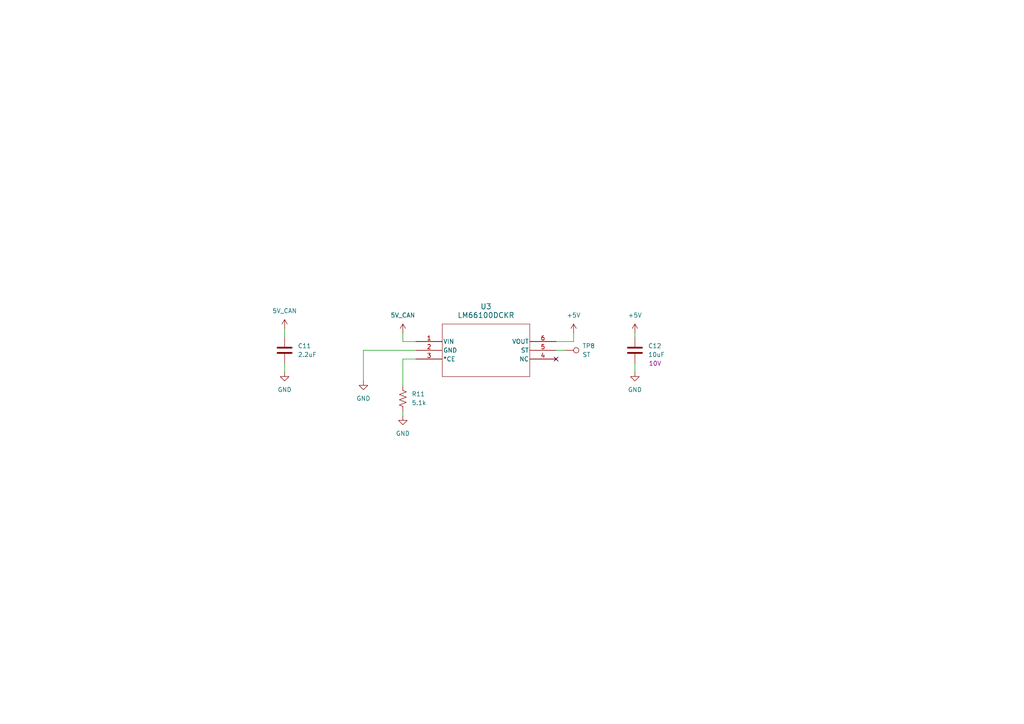
<source format=kicad_sch>
(kicad_sch (version 20250114) (generator "eeschema") (generator_version "9.0")
  (paper "A4")
  (lib_symbols
    (symbol "Connector:TestPoint" (pin_numbers (hide yes)) (pin_names (offset 0.762) (hide yes))
      (property "Reference" "TP" (at 0 6.858 0))
      (property "Value" "TestPoint" (at 0 5.08 0))
      (symbol "TestPoint_0_1"
        (circle (center 0 3.302) (radius 0.762))
      )
      (symbol "TestPoint_1_1"
        (pin passive line (at 0 0 90) (length 2.54) (name "1") (number "1"))
      )
    )
    (symbol "Device:C" (pin_numbers (hide yes)) (pin_names (offset 0.254))
      (property "Reference" "C" (at 0.635 2.54 0))
      (property "Value" "C" (at 0.635 -2.54 0))
      (symbol "C_0_1"
        (polyline (pts (xy -2.032 0.762) (xy 2.032 0.762)) (stroke (width 0.508)))
        (polyline (pts (xy -2.032 -0.762) (xy 2.032 -0.762)) (stroke (width 0.508)))
      )
      (symbol "C_1_1"
        (pin passive line (at 0 3.81 270) (length 2.794) (name "~") (number "1"))
        (pin passive line (at 0 -3.81 90) (length 2.794) (name "~") (number "2"))
      )
    )
    (symbol "Device:R_US" (pin_numbers (hide yes)) (pin_names (offset 0))
      (property "Reference" "R" (at 2.54 0 90))
      (property "Value" "R_US" (at -2.54 0 90))
      (symbol "R_US_0_1"
        (polyline (pts (xy 0 2.286) (xy 0 2.54)))
        (polyline (pts (xy 0 2.286) (xy 1.016 1.905) (xy 0 1.524) (xy -1.016 1.143) (xy 0 0.762)))
        (polyline (pts (xy 0 0.762) (xy 1.016 0.381) (xy 0 0) (xy -1.016 -0.381) (xy 0 -0.762)))
        (polyline (pts (xy 0 -0.762) (xy 1.016 -1.143) (xy 0 -1.524) (xy -1.016 -1.905) (xy 0 -2.286)))
        (polyline (pts (xy 0 -2.286) (xy 0 -2.54)))
      )
      (symbol "R_US_1_1"
        (pin passive line (at 0 3.81 270) (length 1.27) (name "~") (number "1"))
        (pin passive line (at 0 -3.81 90) (length 1.27) (name "~") (number "2"))
      )
    )
    (symbol "LM66100DCKR:LM66100DCKR" (pin_names (offset 0.254))
      (property "Reference" "U" (at 20.32 10.16 0))
      (property "Value" "LM66100DCKR" (at 20.32 7.62 0))
      (symbol "LM66100DCKR_0_1"
        (polyline (pts (xy 7.62 5.08) (xy 7.62 -10.16)) (stroke (width 0.127)))
        (polyline (pts (xy 7.62 -10.16) (xy 33.02 -10.16)) (stroke (width 0.127)))
        (polyline (pts (xy 33.02 5.08) (xy 7.62 5.08)) (stroke (width 0.127)))
        (polyline (pts (xy 33.02 -10.16) (xy 33.02 5.08)) (stroke (width 0.127)))
        (pin input line (at 0 0 0) (length 7.62) (name "VIN") (number "1"))
        (pin power_in line (at 0 -2.54 0) (length 7.62) (name "GND") (number "2"))
        (pin input line (at 0 -5.08 0) (length 7.62) (name "*CE") (number "3"))
        (pin output line (at 40.64 0 180) (length 7.62) (name "VOUT") (number "6"))
        (pin output line (at 40.64 -2.54 180) (length 7.62) (name "ST") (number "5"))
        (pin no_connect line (at 40.64 -5.08 180) (length 7.62) (name "NC") (number "4"))
      )
    )
    (symbol "power:+5V" (power) (pin_numbers (hide yes)) (pin_names (offset 0) (hide yes))
      (property "Value" "+5V" (at 0 3.556 0))
      (symbol "+5V_0_1"
        (polyline (pts (xy -0.762 1.27) (xy 0 2.54)))
        (polyline (pts (xy 0 2.54) (xy 0.762 1.27)))
        (polyline (pts (xy 0 0) (xy 0 2.54)))
      )
      (symbol "+5V_1_1"
        (pin power_in line (at 0 0 90) (length 0) (name "~") (number "1"))
      )
    )
    (symbol "power:GND" (power) (pin_numbers (hide yes)) (pin_names (offset 0) (hide yes))
      (property "Value" "GND" (at 0 -3.81 0))
      (symbol "GND_0_1"
        (polyline (pts (xy 0 0) (xy 0 -1.27) (xy 1.27 -1.27) (xy 0 -2.54) (xy -1.27 -1.27) (xy 0 -1.27)))
      )
      (symbol "GND_1_1"
        (pin power_in line (at 0 0 270) (length 0) (name "~") (number "1"))
      )
    )
  )
  (no_connect (at 161.29 104.14))
  (wire (pts (xy 166.37 96.52) (xy 166.37 99.06)))
  (wire (pts (xy 116.84 111.76) (xy 116.84 104.14)))
  (wire (pts (xy 184.15 96.52) (xy 184.15 97.79)))
  (wire (pts (xy 82.55 95.25) (xy 82.55 97.79)))
  (wire (pts (xy 161.29 101.6) (xy 163.83 101.6)))
  (wire (pts (xy 166.37 99.06) (xy 161.29 99.06)))
  (wire (pts (xy 105.41 110.49) (xy 105.41 101.6)))
  (wire (pts (xy 184.15 107.95) (xy 184.15 105.41)))
  (wire (pts (xy 116.84 96.52) (xy 116.84 99.06)))
  (wire (pts (xy 116.84 119.38) (xy 116.84 120.65)))
  (wire (pts (xy 116.84 99.06) (xy 120.65 99.06)))
  (wire (pts (xy 82.55 105.41) (xy 82.55 107.95)))
  (wire (pts (xy 105.41 101.6) (xy 120.65 101.6)))
  (wire (pts (xy 116.84 104.14) (xy 120.65 104.14)))
  (symbol (lib_id "power:+5V") (at 184.15 96.52 0) (unit 1)
    (property "Reference" "#PWR050" (effects (hide yes)))
    (property "Value" "+5V" (at 184.15 91.44 0))
    (property "Description" "Power symbol creates a global label with name \"+5V\"" (effects (hide yes)))
  )
  (symbol (lib_id "power:+5V") (at 82.55 95.25 0) (unit 1)
    (property "Reference" "#PWR045" (effects (hide yes)))
    (property "Value" "5V_CAN" (at 82.55 90.17 0))
    (property "Description" "Power symbol creates a global label with name \"+5V\"" (effects (hide yes)))
  )
  (symbol (lib_id "LM66100DCKR:LM66100DCKR") (at 120.65 99.06 0) (unit 1)
    (property "Reference" "U3" (at 140.97 88.9 0) (effects (font (size 1.524 1.524))))
    (property "Value" "LM66100DCKR" (at 140.97 91.44 0) (effects (font (size 1.524 1.524))))
    (property "Footprint" "LM66100DCKR:DCK6_TEX" (effects (hide yes)))
    (property "Datasheet" "https://www.ti.com/lit/gpn/lm66100" (effects (hide yes)))
  )
  (symbol (lib_id "Device:C") (at 82.55 101.6 0) (unit 1)
    (property "Reference" "C11" (at 86.36 100.3299 0) (effects (justify left)))
    (property "Value" "2.2uF" (at 86.36 102.8699 0) (effects (justify left)))
    (property "Footprint" "Capacitor_SMD:C_0402_1005Metric_Pad0.74x0.62mm_HandSolder" (effects (hide yes)))
    (property "Description" "Unpolarized capacitor" (effects (hide yes)))
  )
  (symbol (lib_id "power:GND") (at 82.55 107.95 0) (unit 1)
    (property "Reference" "#PWR046" (effects (hide yes)))
    (property "Value" "GND" (at 82.55 113.03 0))
    (property "Description" "Power symbol creates a global label with name \"GND\" , ground" (effects (hide yes)))
  )
  (symbol (lib_id "power:GND") (at 184.15 107.95 0) (unit 1)
    (property "Reference" "#PWR051" (effects (hide yes)))
    (property "Value" "GND" (at 184.15 113.03 0))
    (property "Description" "Power symbol creates a global label with name \"GND\" , ground" (effects (hide yes)))
  )
  (symbol (lib_id "power:+5V") (at 116.84 96.52 0) (unit 1)
    (property "Reference" "#PWR044" (effects (hide yes)))
    (property "Value" "5V_CAN" (at 116.84 91.44 0))
    (property "Description" "Power symbol creates a global label with name \"+5V\"" (effects (hide yes)))
  )
  (symbol (lib_id "power:GND") (at 116.84 120.65 0) (unit 1)
    (property "Reference" "#PWR048" (effects (hide yes)))
    (property "Value" "GND" (at 116.84 125.73 0))
    (property "Description" "Power symbol creates a global label with name \"GND\" , ground" (effects (hide yes)))
  )
  (symbol (lib_id "power:+5V") (at 166.37 96.52 0) (unit 1)
    (property "Reference" "#PWR049" (effects (hide yes)))
    (property "Value" "+5V" (at 166.37 91.44 0))
    (property "Description" "Power symbol creates a global label with name \"+5V\"" (effects (hide yes)))
  )
  (symbol (lib_id "Connector:TestPoint") (at 163.83 101.6 270) (unit 1)
    (property "Reference" "TP8" (at 168.91 100.3299 90) (effects (justify left)))
    (property "Value" "ST" (at 168.91 102.8699 90) (effects (justify left)))
    (property "Footprint" "TestPoint:TestPoint_Pad_D1.0mm" (effects (hide yes)))
    (property "Description" "test point" (effects (hide yes)))
  )
  (symbol (lib_id "power:GND") (at 105.41 110.49 0) (unit 1)
    (property "Reference" "#PWR047" (effects (hide yes)))
    (property "Value" "GND" (at 105.41 115.57 0))
    (property "Description" "Power symbol creates a global label with name \"GND\" , ground" (effects (hide yes)))
  )
  (symbol (lib_id "Device:C") (at 184.15 101.6 0) (unit 1)
    (property "Reference" "C12" (at 187.96 100.3299 0) (effects (justify left)))
    (property "Value" "10uF" (at 187.96 102.8699 0) (effects (justify left)))
    (property "Footprint" "Capacitor_SMD:C_0402_1005Metric_Pad0.74x0.62mm_HandSolder" (effects (hide yes)))
    (property "Description" "Unpolarized capacitor" (effects (hide yes)))
    (property "VOLT" "10V" (at 189.992 105.41 0))
  )
  (symbol (lib_id "Device:R_US") (at 116.84 115.57 0) (unit 1)
    (property "Reference" "R11" (at 119.38 114.2999 0) (effects (justify left)))
    (property "Value" "5.1k" (at 119.38 116.8399 0) (effects (justify left)))
    (property "Footprint" "Resistor_SMD:R_0402_1005Metric_Pad0.72x0.64mm_HandSolder" (effects (hide yes)))
    (property "Description" "Resistor, US symbol" (effects (hide yes)))
  )
)
</source>
